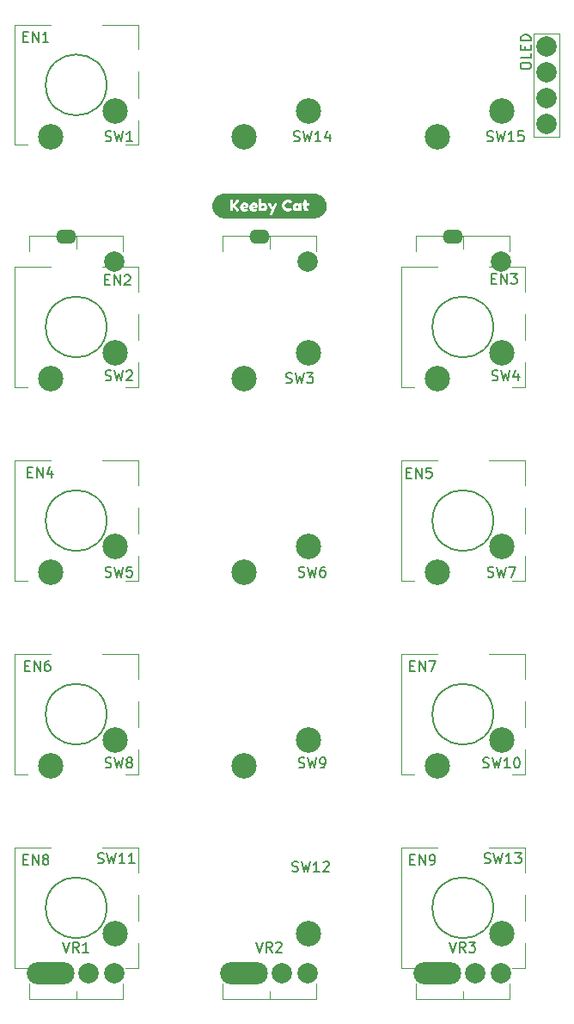
<source format=gbr>
%TF.GenerationSoftware,KiCad,Pcbnew,(6.0.3-11-gdd55ffb75c)*%
%TF.CreationDate,2022-03-17T00:34:44-07:00*%
%TF.ProjectId,keeby cat,6b656562-7920-4636-9174-2e6b69636164,rev?*%
%TF.SameCoordinates,Original*%
%TF.FileFunction,Legend,Top*%
%TF.FilePolarity,Positive*%
%FSLAX46Y46*%
G04 Gerber Fmt 4.6, Leading zero omitted, Abs format (unit mm)*
G04 Created by KiCad (PCBNEW (6.0.3-11-gdd55ffb75c)) date 2022-03-17 00:34:44*
%MOMM*%
%LPD*%
G01*
G04 APERTURE LIST*
%ADD10C,0.150000*%
%ADD11C,0.120000*%
%ADD12C,0.200000*%
%ADD13C,2.500000*%
%ADD14O,4.700000X2.200000*%
%ADD15C,2.000000*%
%ADD16O,2.000000X1.400000*%
%ADD17C,1.800000*%
%ADD18C,4.000000*%
%ADD19C,2.200000*%
%ADD20R,1.700000X1.700000*%
%ADD21C,1.700000*%
G04 APERTURE END LIST*
D10*
%TO.C,EN4*%
X68339714Y-104678571D02*
X68673047Y-104678571D01*
X68815904Y-105202380D02*
X68339714Y-105202380D01*
X68339714Y-104202380D01*
X68815904Y-104202380D01*
X69244476Y-105202380D02*
X69244476Y-104202380D01*
X69815904Y-105202380D01*
X69815904Y-104202380D01*
X70720666Y-104535714D02*
X70720666Y-105202380D01*
X70482571Y-104154761D02*
X70244476Y-104869047D01*
X70863523Y-104869047D01*
%TO.C,EN3*%
X114059714Y-85628571D02*
X114393047Y-85628571D01*
X114535904Y-86152380D02*
X114059714Y-86152380D01*
X114059714Y-85152380D01*
X114535904Y-85152380D01*
X114964476Y-86152380D02*
X114964476Y-85152380D01*
X115535904Y-86152380D01*
X115535904Y-85152380D01*
X115916857Y-85152380D02*
X116535904Y-85152380D01*
X116202571Y-85533333D01*
X116345428Y-85533333D01*
X116440666Y-85580952D01*
X116488285Y-85628571D01*
X116535904Y-85723809D01*
X116535904Y-85961904D01*
X116488285Y-86057142D01*
X116440666Y-86104761D01*
X116345428Y-86152380D01*
X116059714Y-86152380D01*
X115964476Y-86104761D01*
X115916857Y-86057142D01*
%TO.C,SW4*%
X114076666Y-95630761D02*
X114219523Y-95678380D01*
X114457619Y-95678380D01*
X114552857Y-95630761D01*
X114600476Y-95583142D01*
X114648095Y-95487904D01*
X114648095Y-95392666D01*
X114600476Y-95297428D01*
X114552857Y-95249809D01*
X114457619Y-95202190D01*
X114267142Y-95154571D01*
X114171904Y-95106952D01*
X114124285Y-95059333D01*
X114076666Y-94964095D01*
X114076666Y-94868857D01*
X114124285Y-94773619D01*
X114171904Y-94726000D01*
X114267142Y-94678380D01*
X114505238Y-94678380D01*
X114648095Y-94726000D01*
X114981428Y-94678380D02*
X115219523Y-95678380D01*
X115410000Y-94964095D01*
X115600476Y-95678380D01*
X115838571Y-94678380D01*
X116648095Y-95011714D02*
X116648095Y-95678380D01*
X116410000Y-94630761D02*
X116171904Y-95345047D01*
X116790952Y-95345047D01*
%TO.C,SW13*%
X113337476Y-143128761D02*
X113480333Y-143176380D01*
X113718428Y-143176380D01*
X113813666Y-143128761D01*
X113861285Y-143081142D01*
X113908904Y-142985904D01*
X113908904Y-142890666D01*
X113861285Y-142795428D01*
X113813666Y-142747809D01*
X113718428Y-142700190D01*
X113527952Y-142652571D01*
X113432714Y-142604952D01*
X113385095Y-142557333D01*
X113337476Y-142462095D01*
X113337476Y-142366857D01*
X113385095Y-142271619D01*
X113432714Y-142224000D01*
X113527952Y-142176380D01*
X113766047Y-142176380D01*
X113908904Y-142224000D01*
X114242238Y-142176380D02*
X114480333Y-143176380D01*
X114670809Y-142462095D01*
X114861285Y-143176380D01*
X115099380Y-142176380D01*
X116004142Y-143176380D02*
X115432714Y-143176380D01*
X115718428Y-143176380D02*
X115718428Y-142176380D01*
X115623190Y-142319238D01*
X115527952Y-142414476D01*
X115432714Y-142462095D01*
X116337476Y-142176380D02*
X116956523Y-142176380D01*
X116623190Y-142557333D01*
X116766047Y-142557333D01*
X116861285Y-142604952D01*
X116908904Y-142652571D01*
X116956523Y-142747809D01*
X116956523Y-142985904D01*
X116908904Y-143081142D01*
X116861285Y-143128761D01*
X116766047Y-143176380D01*
X116480333Y-143176380D01*
X116385095Y-143128761D01*
X116337476Y-143081142D01*
%TO.C,EN7*%
X105995714Y-123728571D02*
X106329047Y-123728571D01*
X106471904Y-124252380D02*
X105995714Y-124252380D01*
X105995714Y-123252380D01*
X106471904Y-123252380D01*
X106900476Y-124252380D02*
X106900476Y-123252380D01*
X107471904Y-124252380D01*
X107471904Y-123252380D01*
X107852857Y-123252380D02*
X108519523Y-123252380D01*
X108090952Y-124252380D01*
%TO.C,EN6*%
X68085714Y-123728571D02*
X68419047Y-123728571D01*
X68561904Y-124252380D02*
X68085714Y-124252380D01*
X68085714Y-123252380D01*
X68561904Y-123252380D01*
X68990476Y-124252380D02*
X68990476Y-123252380D01*
X69561904Y-124252380D01*
X69561904Y-123252380D01*
X70466666Y-123252380D02*
X70276190Y-123252380D01*
X70180952Y-123300000D01*
X70133333Y-123347619D01*
X70038095Y-123490476D01*
X69990476Y-123680952D01*
X69990476Y-124061904D01*
X70038095Y-124157142D01*
X70085714Y-124204761D01*
X70180952Y-124252380D01*
X70371428Y-124252380D01*
X70466666Y-124204761D01*
X70514285Y-124157142D01*
X70561904Y-124061904D01*
X70561904Y-123823809D01*
X70514285Y-123728571D01*
X70466666Y-123680952D01*
X70371428Y-123633333D01*
X70180952Y-123633333D01*
X70085714Y-123680952D01*
X70038095Y-123728571D01*
X69990476Y-123823809D01*
%TO.C,EN8*%
X67895714Y-142778571D02*
X68229047Y-142778571D01*
X68371904Y-143302380D02*
X67895714Y-143302380D01*
X67895714Y-142302380D01*
X68371904Y-142302380D01*
X68800476Y-143302380D02*
X68800476Y-142302380D01*
X69371904Y-143302380D01*
X69371904Y-142302380D01*
X69990952Y-142730952D02*
X69895714Y-142683333D01*
X69848095Y-142635714D01*
X69800476Y-142540476D01*
X69800476Y-142492857D01*
X69848095Y-142397619D01*
X69895714Y-142350000D01*
X69990952Y-142302380D01*
X70181428Y-142302380D01*
X70276666Y-142350000D01*
X70324285Y-142397619D01*
X70371904Y-142492857D01*
X70371904Y-142540476D01*
X70324285Y-142635714D01*
X70276666Y-142683333D01*
X70181428Y-142730952D01*
X69990952Y-142730952D01*
X69895714Y-142778571D01*
X69848095Y-142826190D01*
X69800476Y-142921428D01*
X69800476Y-143111904D01*
X69848095Y-143207142D01*
X69895714Y-143254761D01*
X69990952Y-143302380D01*
X70181428Y-143302380D01*
X70276666Y-143254761D01*
X70324285Y-143207142D01*
X70371904Y-143111904D01*
X70371904Y-142921428D01*
X70324285Y-142826190D01*
X70276666Y-142778571D01*
X70181428Y-142730952D01*
%TO.C,SW3*%
X93783466Y-95878311D02*
X93926323Y-95925930D01*
X94164419Y-95925930D01*
X94259657Y-95878311D01*
X94307276Y-95830692D01*
X94354895Y-95735454D01*
X94354895Y-95640216D01*
X94307276Y-95544978D01*
X94259657Y-95497359D01*
X94164419Y-95449740D01*
X93973942Y-95402121D01*
X93878704Y-95354502D01*
X93831085Y-95306883D01*
X93783466Y-95211645D01*
X93783466Y-95116407D01*
X93831085Y-95021169D01*
X93878704Y-94973550D01*
X93973942Y-94925930D01*
X94212038Y-94925930D01*
X94354895Y-94973550D01*
X94688228Y-94925930D02*
X94926323Y-95925930D01*
X95116800Y-95211645D01*
X95307276Y-95925930D01*
X95545371Y-94925930D01*
X95831085Y-94925930D02*
X96450133Y-94925930D01*
X96116800Y-95306883D01*
X96259657Y-95306883D01*
X96354895Y-95354502D01*
X96402514Y-95402121D01*
X96450133Y-95497359D01*
X96450133Y-95735454D01*
X96402514Y-95830692D01*
X96354895Y-95878311D01*
X96259657Y-95925930D01*
X95973942Y-95925930D01*
X95878704Y-95878311D01*
X95831085Y-95830692D01*
%TO.C,EN9*%
X105995714Y-142778571D02*
X106329047Y-142778571D01*
X106471904Y-143302380D02*
X105995714Y-143302380D01*
X105995714Y-142302380D01*
X106471904Y-142302380D01*
X106900476Y-143302380D02*
X106900476Y-142302380D01*
X107471904Y-143302380D01*
X107471904Y-142302380D01*
X107995714Y-143302380D02*
X108186190Y-143302380D01*
X108281428Y-143254761D01*
X108329047Y-143207142D01*
X108424285Y-143064285D01*
X108471904Y-142873809D01*
X108471904Y-142492857D01*
X108424285Y-142397619D01*
X108376666Y-142350000D01*
X108281428Y-142302380D01*
X108090952Y-142302380D01*
X107995714Y-142350000D01*
X107948095Y-142397619D01*
X107900476Y-142492857D01*
X107900476Y-142730952D01*
X107948095Y-142826190D01*
X107995714Y-142873809D01*
X108090952Y-142921428D01*
X108281428Y-142921428D01*
X108376666Y-142873809D01*
X108424285Y-142826190D01*
X108471904Y-142730952D01*
%TO.C,SW14*%
X94550476Y-72092261D02*
X94693333Y-72139880D01*
X94931428Y-72139880D01*
X95026666Y-72092261D01*
X95074285Y-72044642D01*
X95121904Y-71949404D01*
X95121904Y-71854166D01*
X95074285Y-71758928D01*
X95026666Y-71711309D01*
X94931428Y-71663690D01*
X94740952Y-71616071D01*
X94645714Y-71568452D01*
X94598095Y-71520833D01*
X94550476Y-71425595D01*
X94550476Y-71330357D01*
X94598095Y-71235119D01*
X94645714Y-71187500D01*
X94740952Y-71139880D01*
X94979047Y-71139880D01*
X95121904Y-71187500D01*
X95455238Y-71139880D02*
X95693333Y-72139880D01*
X95883809Y-71425595D01*
X96074285Y-72139880D01*
X96312380Y-71139880D01*
X97217142Y-72139880D02*
X96645714Y-72139880D01*
X96931428Y-72139880D02*
X96931428Y-71139880D01*
X96836190Y-71282738D01*
X96740952Y-71377976D01*
X96645714Y-71425595D01*
X98074285Y-71473214D02*
X98074285Y-72139880D01*
X97836190Y-71092261D02*
X97598095Y-71806547D01*
X98217142Y-71806547D01*
%TO.C,OL1*%
X116885380Y-64801380D02*
X116885380Y-64610904D01*
X116933000Y-64515666D01*
X117028238Y-64420428D01*
X117218714Y-64372809D01*
X117552047Y-64372809D01*
X117742523Y-64420428D01*
X117837761Y-64515666D01*
X117885380Y-64610904D01*
X117885380Y-64801380D01*
X117837761Y-64896619D01*
X117742523Y-64991857D01*
X117552047Y-65039476D01*
X117218714Y-65039476D01*
X117028238Y-64991857D01*
X116933000Y-64896619D01*
X116885380Y-64801380D01*
X117885380Y-63468047D02*
X117885380Y-63944238D01*
X116885380Y-63944238D01*
X117361571Y-63134714D02*
X117361571Y-62801380D01*
X117885380Y-62658523D02*
X117885380Y-63134714D01*
X116885380Y-63134714D01*
X116885380Y-62658523D01*
X117885380Y-62229952D02*
X116885380Y-62229952D01*
X116885380Y-61991857D01*
X116933000Y-61849000D01*
X117028238Y-61753761D01*
X117123476Y-61706142D01*
X117313952Y-61658523D01*
X117456809Y-61658523D01*
X117647285Y-61706142D01*
X117742523Y-61753761D01*
X117837761Y-61849000D01*
X117885380Y-61991857D01*
X117885380Y-62229952D01*
%TO.C,SW9*%
X95026666Y-133730761D02*
X95169523Y-133778380D01*
X95407619Y-133778380D01*
X95502857Y-133730761D01*
X95550476Y-133683142D01*
X95598095Y-133587904D01*
X95598095Y-133492666D01*
X95550476Y-133397428D01*
X95502857Y-133349809D01*
X95407619Y-133302190D01*
X95217142Y-133254571D01*
X95121904Y-133206952D01*
X95074285Y-133159333D01*
X95026666Y-133064095D01*
X95026666Y-132968857D01*
X95074285Y-132873619D01*
X95121904Y-132826000D01*
X95217142Y-132778380D01*
X95455238Y-132778380D01*
X95598095Y-132826000D01*
X95931428Y-132778380D02*
X96169523Y-133778380D01*
X96360000Y-133064095D01*
X96550476Y-133778380D01*
X96788571Y-132778380D01*
X97217142Y-133778380D02*
X97407619Y-133778380D01*
X97502857Y-133730761D01*
X97550476Y-133683142D01*
X97645714Y-133540285D01*
X97693333Y-133349809D01*
X97693333Y-132968857D01*
X97645714Y-132873619D01*
X97598095Y-132826000D01*
X97502857Y-132778380D01*
X97312380Y-132778380D01*
X97217142Y-132826000D01*
X97169523Y-132873619D01*
X97121904Y-132968857D01*
X97121904Y-133206952D01*
X97169523Y-133302190D01*
X97217142Y-133349809D01*
X97312380Y-133397428D01*
X97502857Y-133397428D01*
X97598095Y-133349809D01*
X97645714Y-133302190D01*
X97693333Y-133206952D01*
%TO.C,EN1*%
X67895714Y-61816071D02*
X68229047Y-61816071D01*
X68371904Y-62339880D02*
X67895714Y-62339880D01*
X67895714Y-61339880D01*
X68371904Y-61339880D01*
X68800476Y-62339880D02*
X68800476Y-61339880D01*
X69371904Y-62339880D01*
X69371904Y-61339880D01*
X70371904Y-62339880D02*
X69800476Y-62339880D01*
X70086190Y-62339880D02*
X70086190Y-61339880D01*
X69990952Y-61482738D01*
X69895714Y-61577976D01*
X69800476Y-61625595D01*
%TO.C,SW11*%
X75237476Y-143128761D02*
X75380333Y-143176380D01*
X75618428Y-143176380D01*
X75713666Y-143128761D01*
X75761285Y-143081142D01*
X75808904Y-142985904D01*
X75808904Y-142890666D01*
X75761285Y-142795428D01*
X75713666Y-142747809D01*
X75618428Y-142700190D01*
X75427952Y-142652571D01*
X75332714Y-142604952D01*
X75285095Y-142557333D01*
X75237476Y-142462095D01*
X75237476Y-142366857D01*
X75285095Y-142271619D01*
X75332714Y-142224000D01*
X75427952Y-142176380D01*
X75666047Y-142176380D01*
X75808904Y-142224000D01*
X76142238Y-142176380D02*
X76380333Y-143176380D01*
X76570809Y-142462095D01*
X76761285Y-143176380D01*
X76999380Y-142176380D01*
X77904142Y-143176380D02*
X77332714Y-143176380D01*
X77618428Y-143176380D02*
X77618428Y-142176380D01*
X77523190Y-142319238D01*
X77427952Y-142414476D01*
X77332714Y-142462095D01*
X78856523Y-143176380D02*
X78285095Y-143176380D01*
X78570809Y-143176380D02*
X78570809Y-142176380D01*
X78475571Y-142319238D01*
X78380333Y-142414476D01*
X78285095Y-142462095D01*
%TO.C,SW15*%
X113600476Y-72092261D02*
X113743333Y-72139880D01*
X113981428Y-72139880D01*
X114076666Y-72092261D01*
X114124285Y-72044642D01*
X114171904Y-71949404D01*
X114171904Y-71854166D01*
X114124285Y-71758928D01*
X114076666Y-71711309D01*
X113981428Y-71663690D01*
X113790952Y-71616071D01*
X113695714Y-71568452D01*
X113648095Y-71520833D01*
X113600476Y-71425595D01*
X113600476Y-71330357D01*
X113648095Y-71235119D01*
X113695714Y-71187500D01*
X113790952Y-71139880D01*
X114029047Y-71139880D01*
X114171904Y-71187500D01*
X114505238Y-71139880D02*
X114743333Y-72139880D01*
X114933809Y-71425595D01*
X115124285Y-72139880D01*
X115362380Y-71139880D01*
X116267142Y-72139880D02*
X115695714Y-72139880D01*
X115981428Y-72139880D02*
X115981428Y-71139880D01*
X115886190Y-71282738D01*
X115790952Y-71377976D01*
X115695714Y-71425595D01*
X117171904Y-71139880D02*
X116695714Y-71139880D01*
X116648095Y-71616071D01*
X116695714Y-71568452D01*
X116790952Y-71520833D01*
X117029047Y-71520833D01*
X117124285Y-71568452D01*
X117171904Y-71616071D01*
X117219523Y-71711309D01*
X117219523Y-71949404D01*
X117171904Y-72044642D01*
X117124285Y-72092261D01*
X117029047Y-72139880D01*
X116790952Y-72139880D01*
X116695714Y-72092261D01*
X116648095Y-72044642D01*
%TO.C,VR3*%
X109900476Y-150927380D02*
X110233809Y-151927380D01*
X110567142Y-150927380D01*
X111471904Y-151927380D02*
X111138571Y-151451190D01*
X110900476Y-151927380D02*
X110900476Y-150927380D01*
X111281428Y-150927380D01*
X111376666Y-150975000D01*
X111424285Y-151022619D01*
X111471904Y-151117857D01*
X111471904Y-151260714D01*
X111424285Y-151355952D01*
X111376666Y-151403571D01*
X111281428Y-151451190D01*
X110900476Y-151451190D01*
X111805238Y-150927380D02*
X112424285Y-150927380D01*
X112090952Y-151308333D01*
X112233809Y-151308333D01*
X112329047Y-151355952D01*
X112376666Y-151403571D01*
X112424285Y-151498809D01*
X112424285Y-151736904D01*
X112376666Y-151832142D01*
X112329047Y-151879761D01*
X112233809Y-151927380D01*
X111948095Y-151927380D01*
X111852857Y-151879761D01*
X111805238Y-151832142D01*
%TO.C,SW8*%
X75976666Y-133730761D02*
X76119523Y-133778380D01*
X76357619Y-133778380D01*
X76452857Y-133730761D01*
X76500476Y-133683142D01*
X76548095Y-133587904D01*
X76548095Y-133492666D01*
X76500476Y-133397428D01*
X76452857Y-133349809D01*
X76357619Y-133302190D01*
X76167142Y-133254571D01*
X76071904Y-133206952D01*
X76024285Y-133159333D01*
X75976666Y-133064095D01*
X75976666Y-132968857D01*
X76024285Y-132873619D01*
X76071904Y-132826000D01*
X76167142Y-132778380D01*
X76405238Y-132778380D01*
X76548095Y-132826000D01*
X76881428Y-132778380D02*
X77119523Y-133778380D01*
X77310000Y-133064095D01*
X77500476Y-133778380D01*
X77738571Y-132778380D01*
X78262380Y-133206952D02*
X78167142Y-133159333D01*
X78119523Y-133111714D01*
X78071904Y-133016476D01*
X78071904Y-132968857D01*
X78119523Y-132873619D01*
X78167142Y-132826000D01*
X78262380Y-132778380D01*
X78452857Y-132778380D01*
X78548095Y-132826000D01*
X78595714Y-132873619D01*
X78643333Y-132968857D01*
X78643333Y-133016476D01*
X78595714Y-133111714D01*
X78548095Y-133159333D01*
X78452857Y-133206952D01*
X78262380Y-133206952D01*
X78167142Y-133254571D01*
X78119523Y-133302190D01*
X78071904Y-133397428D01*
X78071904Y-133587904D01*
X78119523Y-133683142D01*
X78167142Y-133730761D01*
X78262380Y-133778380D01*
X78452857Y-133778380D01*
X78548095Y-133730761D01*
X78595714Y-133683142D01*
X78643333Y-133587904D01*
X78643333Y-133397428D01*
X78595714Y-133302190D01*
X78548095Y-133254571D01*
X78452857Y-133206952D01*
%TO.C,EN5*%
X105677714Y-104743071D02*
X106011047Y-104743071D01*
X106153904Y-105266880D02*
X105677714Y-105266880D01*
X105677714Y-104266880D01*
X106153904Y-104266880D01*
X106582476Y-105266880D02*
X106582476Y-104266880D01*
X107153904Y-105266880D01*
X107153904Y-104266880D01*
X108106285Y-104266880D02*
X107630095Y-104266880D01*
X107582476Y-104743071D01*
X107630095Y-104695452D01*
X107725333Y-104647833D01*
X107963428Y-104647833D01*
X108058666Y-104695452D01*
X108106285Y-104743071D01*
X108153904Y-104838309D01*
X108153904Y-105076404D01*
X108106285Y-105171642D01*
X108058666Y-105219261D01*
X107963428Y-105266880D01*
X107725333Y-105266880D01*
X107630095Y-105219261D01*
X107582476Y-105171642D01*
%TO.C,SW12*%
X94414476Y-143954261D02*
X94557333Y-144001880D01*
X94795428Y-144001880D01*
X94890666Y-143954261D01*
X94938285Y-143906642D01*
X94985904Y-143811404D01*
X94985904Y-143716166D01*
X94938285Y-143620928D01*
X94890666Y-143573309D01*
X94795428Y-143525690D01*
X94604952Y-143478071D01*
X94509714Y-143430452D01*
X94462095Y-143382833D01*
X94414476Y-143287595D01*
X94414476Y-143192357D01*
X94462095Y-143097119D01*
X94509714Y-143049500D01*
X94604952Y-143001880D01*
X94843047Y-143001880D01*
X94985904Y-143049500D01*
X95319238Y-143001880D02*
X95557333Y-144001880D01*
X95747809Y-143287595D01*
X95938285Y-144001880D01*
X96176380Y-143001880D01*
X97081142Y-144001880D02*
X96509714Y-144001880D01*
X96795428Y-144001880D02*
X96795428Y-143001880D01*
X96700190Y-143144738D01*
X96604952Y-143239976D01*
X96509714Y-143287595D01*
X97462095Y-143097119D02*
X97509714Y-143049500D01*
X97604952Y-143001880D01*
X97843047Y-143001880D01*
X97938285Y-143049500D01*
X97985904Y-143097119D01*
X98033523Y-143192357D01*
X98033523Y-143287595D01*
X97985904Y-143430452D01*
X97414476Y-144001880D01*
X98033523Y-144001880D01*
%TO.C,VR1*%
X71800476Y-150927380D02*
X72133809Y-151927380D01*
X72467142Y-150927380D01*
X73371904Y-151927380D02*
X73038571Y-151451190D01*
X72800476Y-151927380D02*
X72800476Y-150927380D01*
X73181428Y-150927380D01*
X73276666Y-150975000D01*
X73324285Y-151022619D01*
X73371904Y-151117857D01*
X73371904Y-151260714D01*
X73324285Y-151355952D01*
X73276666Y-151403571D01*
X73181428Y-151451190D01*
X72800476Y-151451190D01*
X74324285Y-151927380D02*
X73752857Y-151927380D01*
X74038571Y-151927380D02*
X74038571Y-150927380D01*
X73943333Y-151070238D01*
X73848095Y-151165476D01*
X73752857Y-151213095D01*
%TO.C,SW7*%
X113671666Y-114954761D02*
X113814523Y-115002380D01*
X114052619Y-115002380D01*
X114147857Y-114954761D01*
X114195476Y-114907142D01*
X114243095Y-114811904D01*
X114243095Y-114716666D01*
X114195476Y-114621428D01*
X114147857Y-114573809D01*
X114052619Y-114526190D01*
X113862142Y-114478571D01*
X113766904Y-114430952D01*
X113719285Y-114383333D01*
X113671666Y-114288095D01*
X113671666Y-114192857D01*
X113719285Y-114097619D01*
X113766904Y-114050000D01*
X113862142Y-114002380D01*
X114100238Y-114002380D01*
X114243095Y-114050000D01*
X114576428Y-114002380D02*
X114814523Y-115002380D01*
X115005000Y-114288095D01*
X115195476Y-115002380D01*
X115433571Y-114002380D01*
X115719285Y-114002380D02*
X116385952Y-114002380D01*
X115957380Y-115002380D01*
%TO.C,SW6*%
X95026666Y-114954761D02*
X95169523Y-115002380D01*
X95407619Y-115002380D01*
X95502857Y-114954761D01*
X95550476Y-114907142D01*
X95598095Y-114811904D01*
X95598095Y-114716666D01*
X95550476Y-114621428D01*
X95502857Y-114573809D01*
X95407619Y-114526190D01*
X95217142Y-114478571D01*
X95121904Y-114430952D01*
X95074285Y-114383333D01*
X95026666Y-114288095D01*
X95026666Y-114192857D01*
X95074285Y-114097619D01*
X95121904Y-114050000D01*
X95217142Y-114002380D01*
X95455238Y-114002380D01*
X95598095Y-114050000D01*
X95931428Y-114002380D02*
X96169523Y-115002380D01*
X96360000Y-114288095D01*
X96550476Y-115002380D01*
X96788571Y-114002380D01*
X97598095Y-114002380D02*
X97407619Y-114002380D01*
X97312380Y-114050000D01*
X97264761Y-114097619D01*
X97169523Y-114240476D01*
X97121904Y-114430952D01*
X97121904Y-114811904D01*
X97169523Y-114907142D01*
X97217142Y-114954761D01*
X97312380Y-115002380D01*
X97502857Y-115002380D01*
X97598095Y-114954761D01*
X97645714Y-114907142D01*
X97693333Y-114811904D01*
X97693333Y-114573809D01*
X97645714Y-114478571D01*
X97598095Y-114430952D01*
X97502857Y-114383333D01*
X97312380Y-114383333D01*
X97217142Y-114430952D01*
X97169523Y-114478571D01*
X97121904Y-114573809D01*
%TO.C,SW10*%
X113210476Y-133730761D02*
X113353333Y-133778380D01*
X113591428Y-133778380D01*
X113686666Y-133730761D01*
X113734285Y-133683142D01*
X113781904Y-133587904D01*
X113781904Y-133492666D01*
X113734285Y-133397428D01*
X113686666Y-133349809D01*
X113591428Y-133302190D01*
X113400952Y-133254571D01*
X113305714Y-133206952D01*
X113258095Y-133159333D01*
X113210476Y-133064095D01*
X113210476Y-132968857D01*
X113258095Y-132873619D01*
X113305714Y-132826000D01*
X113400952Y-132778380D01*
X113639047Y-132778380D01*
X113781904Y-132826000D01*
X114115238Y-132778380D02*
X114353333Y-133778380D01*
X114543809Y-133064095D01*
X114734285Y-133778380D01*
X114972380Y-132778380D01*
X115877142Y-133778380D02*
X115305714Y-133778380D01*
X115591428Y-133778380D02*
X115591428Y-132778380D01*
X115496190Y-132921238D01*
X115400952Y-133016476D01*
X115305714Y-133064095D01*
X116496190Y-132778380D02*
X116591428Y-132778380D01*
X116686666Y-132826000D01*
X116734285Y-132873619D01*
X116781904Y-132968857D01*
X116829523Y-133159333D01*
X116829523Y-133397428D01*
X116781904Y-133587904D01*
X116734285Y-133683142D01*
X116686666Y-133730761D01*
X116591428Y-133778380D01*
X116496190Y-133778380D01*
X116400952Y-133730761D01*
X116353333Y-133683142D01*
X116305714Y-133587904D01*
X116258095Y-133397428D01*
X116258095Y-133159333D01*
X116305714Y-132968857D01*
X116353333Y-132873619D01*
X116400952Y-132826000D01*
X116496190Y-132778380D01*
%TO.C,EN2*%
X75959714Y-85756571D02*
X76293047Y-85756571D01*
X76435904Y-86280380D02*
X75959714Y-86280380D01*
X75959714Y-85280380D01*
X76435904Y-85280380D01*
X76864476Y-86280380D02*
X76864476Y-85280380D01*
X77435904Y-86280380D01*
X77435904Y-85280380D01*
X77864476Y-85375619D02*
X77912095Y-85328000D01*
X78007333Y-85280380D01*
X78245428Y-85280380D01*
X78340666Y-85328000D01*
X78388285Y-85375619D01*
X78435904Y-85470857D01*
X78435904Y-85566095D01*
X78388285Y-85708952D01*
X77816857Y-86280380D01*
X78435904Y-86280380D01*
%TO.C,VR2*%
X90850476Y-150927380D02*
X91183809Y-151927380D01*
X91517142Y-150927380D01*
X92421904Y-151927380D02*
X92088571Y-151451190D01*
X91850476Y-151927380D02*
X91850476Y-150927380D01*
X92231428Y-150927380D01*
X92326666Y-150975000D01*
X92374285Y-151022619D01*
X92421904Y-151117857D01*
X92421904Y-151260714D01*
X92374285Y-151355952D01*
X92326666Y-151403571D01*
X92231428Y-151451190D01*
X91850476Y-151451190D01*
X92802857Y-151022619D02*
X92850476Y-150975000D01*
X92945714Y-150927380D01*
X93183809Y-150927380D01*
X93279047Y-150975000D01*
X93326666Y-151022619D01*
X93374285Y-151117857D01*
X93374285Y-151213095D01*
X93326666Y-151355952D01*
X92755238Y-151927380D01*
X93374285Y-151927380D01*
%TO.C,SW5*%
X75976666Y-114954761D02*
X76119523Y-115002380D01*
X76357619Y-115002380D01*
X76452857Y-114954761D01*
X76500476Y-114907142D01*
X76548095Y-114811904D01*
X76548095Y-114716666D01*
X76500476Y-114621428D01*
X76452857Y-114573809D01*
X76357619Y-114526190D01*
X76167142Y-114478571D01*
X76071904Y-114430952D01*
X76024285Y-114383333D01*
X75976666Y-114288095D01*
X75976666Y-114192857D01*
X76024285Y-114097619D01*
X76071904Y-114050000D01*
X76167142Y-114002380D01*
X76405238Y-114002380D01*
X76548095Y-114050000D01*
X76881428Y-114002380D02*
X77119523Y-115002380D01*
X77310000Y-114288095D01*
X77500476Y-115002380D01*
X77738571Y-114002380D01*
X78595714Y-114002380D02*
X78119523Y-114002380D01*
X78071904Y-114478571D01*
X78119523Y-114430952D01*
X78214761Y-114383333D01*
X78452857Y-114383333D01*
X78548095Y-114430952D01*
X78595714Y-114478571D01*
X78643333Y-114573809D01*
X78643333Y-114811904D01*
X78595714Y-114907142D01*
X78548095Y-114954761D01*
X78452857Y-115002380D01*
X78214761Y-115002380D01*
X78119523Y-114954761D01*
X78071904Y-114907142D01*
%TO.C,SW2*%
X75976666Y-95630761D02*
X76119523Y-95678380D01*
X76357619Y-95678380D01*
X76452857Y-95630761D01*
X76500476Y-95583142D01*
X76548095Y-95487904D01*
X76548095Y-95392666D01*
X76500476Y-95297428D01*
X76452857Y-95249809D01*
X76357619Y-95202190D01*
X76167142Y-95154571D01*
X76071904Y-95106952D01*
X76024285Y-95059333D01*
X75976666Y-94964095D01*
X75976666Y-94868857D01*
X76024285Y-94773619D01*
X76071904Y-94726000D01*
X76167142Y-94678380D01*
X76405238Y-94678380D01*
X76548095Y-94726000D01*
X76881428Y-94678380D02*
X77119523Y-95678380D01*
X77310000Y-94964095D01*
X77500476Y-95678380D01*
X77738571Y-94678380D01*
X78071904Y-94773619D02*
X78119523Y-94726000D01*
X78214761Y-94678380D01*
X78452857Y-94678380D01*
X78548095Y-94726000D01*
X78595714Y-94773619D01*
X78643333Y-94868857D01*
X78643333Y-94964095D01*
X78595714Y-95106952D01*
X78024285Y-95678380D01*
X78643333Y-95678380D01*
%TO.C,SW1*%
X75976666Y-72092261D02*
X76119523Y-72139880D01*
X76357619Y-72139880D01*
X76452857Y-72092261D01*
X76500476Y-72044642D01*
X76548095Y-71949404D01*
X76548095Y-71854166D01*
X76500476Y-71758928D01*
X76452857Y-71711309D01*
X76357619Y-71663690D01*
X76167142Y-71616071D01*
X76071904Y-71568452D01*
X76024285Y-71520833D01*
X75976666Y-71425595D01*
X75976666Y-71330357D01*
X76024285Y-71235119D01*
X76071904Y-71187500D01*
X76167142Y-71139880D01*
X76405238Y-71139880D01*
X76548095Y-71187500D01*
X76881428Y-71139880D02*
X77119523Y-72139880D01*
X77310000Y-71425595D01*
X77500476Y-72139880D01*
X77738571Y-71139880D01*
X78643333Y-72139880D02*
X78071904Y-72139880D01*
X78357619Y-72139880D02*
X78357619Y-71139880D01*
X78262380Y-71282738D01*
X78167142Y-71377976D01*
X78071904Y-71425595D01*
D11*
%TO.C,EN4*%
X79210000Y-112950000D02*
X79210000Y-115350000D01*
X68284000Y-115350000D02*
X67010000Y-115350000D01*
X79210000Y-108150000D02*
X79210000Y-110750000D01*
X75650000Y-103550000D02*
X79210000Y-103550000D01*
X70570000Y-103550000D02*
X67010000Y-103550000D01*
X79210000Y-103550000D02*
X79210000Y-105950000D01*
X79210000Y-115350000D02*
X77936000Y-115350000D01*
X67010000Y-103550000D02*
X67010000Y-115350000D01*
D12*
X76110000Y-109450000D02*
G75*
G03*
X76110000Y-109450000I-3000000J0D01*
G01*
D11*
%TO.C,EN3*%
X105110000Y-84500000D02*
X105110000Y-96300000D01*
X117310000Y-93900000D02*
X117310000Y-96300000D01*
X108670000Y-84500000D02*
X105110000Y-84500000D01*
X117310000Y-96300000D02*
X116036000Y-96300000D01*
X117310000Y-84500000D02*
X117310000Y-86900000D01*
X106384000Y-96300000D02*
X105110000Y-96300000D01*
X117310000Y-89100000D02*
X117310000Y-91700000D01*
X113750000Y-84500000D02*
X117310000Y-84500000D01*
D12*
X114210000Y-90400000D02*
G75*
G03*
X114210000Y-90400000I-3000000J0D01*
G01*
%TO.C,kibuzzard-6226FF10*%
G36*
X91622631Y-78497388D02*
G01*
X91660731Y-78593432D01*
X91619456Y-78688682D01*
X91519444Y-78731544D01*
X91421812Y-78688682D01*
X91382919Y-78594226D01*
X91420225Y-78498182D01*
X91521031Y-78453732D01*
X91622631Y-78497388D01*
G37*
G36*
X90696325Y-78429919D02*
G01*
X90724106Y-78488657D01*
X90663781Y-78539457D01*
X90463756Y-78539457D01*
X90514556Y-78449763D01*
X90616950Y-78407694D01*
X90696325Y-78429919D01*
G37*
G36*
X87635780Y-79710436D02*
G01*
X87517101Y-79692832D01*
X87400719Y-79663680D01*
X87287755Y-79623261D01*
X87179296Y-79571964D01*
X87076388Y-79510283D01*
X86980021Y-79438812D01*
X86891124Y-79358240D01*
X86810551Y-79269342D01*
X86739081Y-79172975D01*
X86677400Y-79070067D01*
X86626103Y-78961609D01*
X86593202Y-78869657D01*
X88268244Y-78869657D01*
X88277769Y-78950619D01*
X88319837Y-78995863D01*
X88407944Y-79010944D01*
X88489700Y-79000229D01*
X88531769Y-78968082D01*
X88546850Y-78926807D01*
X88549231Y-78871244D01*
X88549231Y-78561682D01*
X88898481Y-78960144D01*
X88996112Y-79026819D01*
X89100094Y-78972051D01*
X89163594Y-78876801D01*
X89111206Y-78777582D01*
X89051576Y-78711601D01*
X88974284Y-78631135D01*
X88939756Y-78596607D01*
X89258844Y-78596607D01*
X89269956Y-78699089D01*
X89303294Y-78794868D01*
X89358856Y-78883944D01*
X89419777Y-78944071D01*
X89500937Y-78991101D01*
X89598767Y-79021461D01*
X89709694Y-79031582D01*
X89857629Y-79022751D01*
X89963297Y-78996260D01*
X90026698Y-78952108D01*
X90047831Y-78890294D01*
X90027194Y-78817269D01*
X89939881Y-78745832D01*
X89876381Y-78763294D01*
X89858919Y-78769644D01*
X89796609Y-78783932D01*
X89714456Y-78788694D01*
X89609681Y-78758532D01*
X89557294Y-78683919D01*
X89933531Y-78683919D01*
X90040687Y-78637088D01*
X90065381Y-78596607D01*
X90168481Y-78596607D01*
X90179594Y-78699089D01*
X90212931Y-78794868D01*
X90268494Y-78883944D01*
X90329414Y-78944071D01*
X90410575Y-78991101D01*
X90508405Y-79021461D01*
X90619331Y-79031582D01*
X90767266Y-79022751D01*
X90872934Y-78996260D01*
X90936335Y-78952108D01*
X90957469Y-78890294D01*
X90951637Y-78869657D01*
X91101931Y-78869657D01*
X91104312Y-78924426D01*
X91117806Y-78966494D01*
X91159478Y-78998641D01*
X91240044Y-79009357D01*
X91336087Y-78989910D01*
X91376569Y-78931569D01*
X91453166Y-78988719D01*
X91568656Y-79007769D01*
X91656674Y-78993923D01*
X91740812Y-78952383D01*
X91821069Y-78883151D01*
X91886333Y-78795485D01*
X91925491Y-78698648D01*
X91938544Y-78592638D01*
X91925403Y-78486540D01*
X91885980Y-78389438D01*
X91820275Y-78301332D01*
X91807291Y-78290219D01*
X92002044Y-78290219D01*
X92033794Y-78368007D01*
X92349706Y-78899819D01*
X92283031Y-79044579D01*
X92235406Y-79153422D01*
X92206831Y-79226348D01*
X92197306Y-79263357D01*
X92220722Y-79316538D01*
X92290969Y-79361782D01*
X92375106Y-79385594D01*
X92422731Y-79371307D01*
X92450512Y-79341144D01*
X92471944Y-79295107D01*
X92861608Y-78423569D01*
X93378406Y-78423569D01*
X93388923Y-78542830D01*
X93420475Y-78652963D01*
X93468298Y-78749007D01*
X93527631Y-78826001D01*
X93596886Y-78888310D01*
X93674475Y-78940301D01*
X93755041Y-78980385D01*
X93833225Y-79006976D01*
X93909822Y-79021858D01*
X93985625Y-79026819D01*
X94062420Y-79020469D01*
X94141994Y-79001419D01*
X94249150Y-78960144D01*
X94303919Y-78926807D01*
X94353925Y-78887119D01*
X94375356Y-78831557D01*
X94340431Y-78742657D01*
X94285266Y-78675982D01*
X94234069Y-78653757D01*
X94157869Y-78685507D01*
X94129294Y-78706144D01*
X94066587Y-78731544D01*
X93973719Y-78744244D01*
X93870928Y-78726782D01*
X93772106Y-78674394D01*
X93704638Y-78591051D01*
X94456319Y-78591051D01*
X94469372Y-78697148D01*
X94508530Y-78794251D01*
X94573794Y-78882357D01*
X94654315Y-78952030D01*
X94739247Y-78993835D01*
X94828587Y-79007769D01*
X94946261Y-78986735D01*
X95024644Y-78923632D01*
X95058775Y-78986338D01*
X95174662Y-79007769D01*
X95245108Y-78997451D01*
X95283406Y-78966494D01*
X95296900Y-78924426D01*
X95299281Y-78869657D01*
X95299281Y-78334669D01*
X95386594Y-78334669D01*
X95409612Y-78426744D01*
X95467556Y-78453732D01*
X95532644Y-78448969D01*
X95532644Y-78683919D01*
X95542169Y-78790987D01*
X95570744Y-78875125D01*
X95618369Y-78936332D01*
X95684338Y-78977783D01*
X95767947Y-79002654D01*
X95869194Y-79010944D01*
X95922375Y-79008563D01*
X95964444Y-78995069D01*
X95997781Y-78953397D01*
X96008894Y-78872832D01*
X95972381Y-78766469D01*
X95930312Y-78751388D01*
X95873162Y-78749007D01*
X95822362Y-78729957D01*
X95808869Y-78668044D01*
X95808869Y-78448969D01*
X95912056Y-78455319D01*
X95966825Y-78452938D01*
X96008894Y-78439444D01*
X96041041Y-78397772D01*
X96051756Y-78317207D01*
X96041437Y-78235847D01*
X96010481Y-78194969D01*
X95968412Y-78179888D01*
X95914437Y-78177507D01*
X95808869Y-78183857D01*
X95808869Y-78028282D01*
X95800931Y-77947319D01*
X95758466Y-77903266D01*
X95672344Y-77888582D01*
X95590984Y-77898504D01*
X95550106Y-77928269D01*
X95535025Y-77966369D01*
X95532644Y-78020344D01*
X95532644Y-78183857D01*
X95480256Y-78177507D01*
X95416756Y-78198144D01*
X95394531Y-78240213D01*
X95386594Y-78334669D01*
X95299281Y-78334669D01*
X95299281Y-78314032D01*
X95296900Y-78259263D01*
X95282612Y-78217194D01*
X95240544Y-78183857D01*
X95148469Y-78174332D01*
X95059172Y-78196557D01*
X95023056Y-78263232D01*
X94994481Y-78230688D01*
X94932569Y-78194969D01*
X94834144Y-78175919D01*
X94742510Y-78189766D01*
X94655991Y-78231305D01*
X94574587Y-78300538D01*
X94508883Y-78388203D01*
X94469460Y-78485041D01*
X94456319Y-78591051D01*
X93704638Y-78591051D01*
X93691144Y-78574382D01*
X93667331Y-78506715D01*
X93659394Y-78430713D01*
X93667331Y-78354711D01*
X93691144Y-78287044D01*
X93770519Y-78188619D01*
X93871325Y-78135041D01*
X93973719Y-78117182D01*
X94073731Y-78130676D01*
X94151519Y-78171157D01*
X94232481Y-78206082D01*
X94284869Y-78184651D01*
X94343606Y-78120357D01*
X94376944Y-78032251D01*
X94335669Y-77956844D01*
X94291219Y-77928269D01*
X94253119Y-77906044D01*
X94136437Y-77859213D01*
X94060039Y-77841949D01*
X93984831Y-77836194D01*
X93880233Y-77845719D01*
X93775987Y-77874294D01*
X93672094Y-77921919D01*
X93594108Y-77971727D01*
X93525250Y-78032251D01*
X93466711Y-78106863D01*
X93419681Y-78198938D01*
X93388725Y-78305499D01*
X93378406Y-78423569D01*
X92861608Y-78423569D01*
X92887869Y-78364832D01*
X92900569Y-78337844D01*
X92913269Y-78283869D01*
X92889853Y-78229497D01*
X92819606Y-78183857D01*
X92731500Y-78161632D01*
X92673556Y-78188619D01*
X92655300Y-78215607D01*
X92631686Y-78266605D01*
X92571956Y-78397376D01*
X92511631Y-78531718D01*
X92486231Y-78593432D01*
X92437812Y-78514145D01*
X92387806Y-78430801D01*
X92336212Y-78343401D01*
X92275094Y-78239419D01*
X92248900Y-78195763D01*
X92221119Y-78169569D01*
X92171906Y-78156869D01*
X92087769Y-78188619D01*
X92023475Y-78239419D01*
X92002044Y-78290219D01*
X91807291Y-78290219D01*
X91738872Y-78231658D01*
X91652353Y-78189854D01*
X91560719Y-78175919D01*
X91456737Y-78195366D01*
X91379744Y-78253707D01*
X91379744Y-77923507D01*
X91377362Y-77868738D01*
X91362281Y-77826669D01*
X91321800Y-77794522D01*
X91241631Y-77783807D01*
X91159875Y-77794522D01*
X91117806Y-77826669D01*
X91104312Y-77867151D01*
X91101931Y-77921919D01*
X91101931Y-78869657D01*
X90951637Y-78869657D01*
X90936831Y-78817269D01*
X90849519Y-78745832D01*
X90786019Y-78763294D01*
X90768556Y-78769644D01*
X90706247Y-78783932D01*
X90624094Y-78788694D01*
X90519319Y-78758532D01*
X90466931Y-78683919D01*
X90843169Y-78683919D01*
X90950325Y-78637088D01*
X90986639Y-78577557D01*
X90998744Y-78492626D01*
X90985250Y-78398765D01*
X90944769Y-78312444D01*
X90885833Y-78244380D01*
X90812212Y-78195763D01*
X90723908Y-78166593D01*
X90620919Y-78156869D01*
X90498946Y-78170187D01*
X90391260Y-78210139D01*
X90297862Y-78276726D01*
X90225984Y-78365537D01*
X90182857Y-78472164D01*
X90168481Y-78596607D01*
X90065381Y-78596607D01*
X90077002Y-78577557D01*
X90089106Y-78492626D01*
X90075612Y-78398765D01*
X90035131Y-78312444D01*
X89976195Y-78244380D01*
X89902575Y-78195763D01*
X89814270Y-78166593D01*
X89711281Y-78156869D01*
X89589308Y-78170187D01*
X89481623Y-78210139D01*
X89388225Y-78276726D01*
X89316347Y-78365537D01*
X89273219Y-78472164D01*
X89258844Y-78596607D01*
X88939756Y-78596607D01*
X88879332Y-78536183D01*
X88766719Y-78426744D01*
X88830219Y-78366419D01*
X88920706Y-78278511D01*
X88998494Y-78200526D01*
X89063581Y-78132461D01*
X89115969Y-78074319D01*
X89163594Y-77978276D01*
X89100094Y-77883026D01*
X88995319Y-77828257D01*
X88898481Y-77893344D01*
X88841839Y-77959067D01*
X88778593Y-78031774D01*
X88708743Y-78111467D01*
X88632289Y-78198144D01*
X88549231Y-78291807D01*
X88549231Y-77988594D01*
X88541294Y-77906044D01*
X88498034Y-77861991D01*
X88409531Y-77847307D01*
X88327775Y-77858022D01*
X88285706Y-77890169D01*
X88270625Y-77932238D01*
X88268244Y-77987007D01*
X88268244Y-78869657D01*
X86593202Y-78869657D01*
X86585684Y-78848644D01*
X86556532Y-78732262D01*
X86538927Y-78613583D01*
X86533040Y-78493750D01*
X86538927Y-78373917D01*
X86556532Y-78255238D01*
X86585684Y-78138856D01*
X86626103Y-78025891D01*
X86677400Y-77917433D01*
X86739081Y-77814525D01*
X86810551Y-77718158D01*
X86891124Y-77629260D01*
X86980021Y-77548688D01*
X87076388Y-77477217D01*
X87179296Y-77415536D01*
X87287755Y-77364239D01*
X87400719Y-77323820D01*
X87517101Y-77294668D01*
X87635780Y-77277064D01*
X87755614Y-77271177D01*
X96564386Y-77271177D01*
X96684220Y-77277064D01*
X96802899Y-77294668D01*
X96919281Y-77323820D01*
X97032245Y-77364239D01*
X97140704Y-77415536D01*
X97243612Y-77477217D01*
X97339979Y-77548688D01*
X97428876Y-77629260D01*
X97509448Y-77718158D01*
X97580919Y-77814525D01*
X97642600Y-77917433D01*
X97693897Y-78025891D01*
X97734316Y-78138856D01*
X97763468Y-78255238D01*
X97781073Y-78373917D01*
X97786960Y-78493750D01*
X97781073Y-78613583D01*
X97763468Y-78732262D01*
X97734316Y-78848644D01*
X97693897Y-78961609D01*
X97642600Y-79070067D01*
X97580919Y-79172975D01*
X97509448Y-79269342D01*
X97428876Y-79358240D01*
X97339979Y-79438812D01*
X97243612Y-79510283D01*
X97140704Y-79571964D01*
X97032245Y-79623261D01*
X96919281Y-79663680D01*
X96802899Y-79692832D01*
X96684220Y-79710436D01*
X96564386Y-79716323D01*
X87755614Y-79716323D01*
X87635780Y-79710436D01*
G37*
G36*
X94974637Y-78496594D02*
G01*
X95011944Y-78592638D01*
X94973050Y-78687094D01*
X94875419Y-78729957D01*
X94775406Y-78687888D01*
X94734131Y-78593432D01*
X94773025Y-78496594D01*
X94874625Y-78452144D01*
X94974637Y-78496594D01*
G37*
G36*
X89786687Y-78429919D02*
G01*
X89814469Y-78488657D01*
X89754144Y-78539457D01*
X89554119Y-78539457D01*
X89604919Y-78449763D01*
X89707312Y-78407694D01*
X89786687Y-78429919D01*
G37*
D11*
%TO.C,EN7*%
X113750000Y-122600000D02*
X117310000Y-122600000D01*
X106384000Y-134400000D02*
X105110000Y-134400000D01*
X117310000Y-132000000D02*
X117310000Y-134400000D01*
X117310000Y-122600000D02*
X117310000Y-125000000D01*
X117310000Y-134400000D02*
X116036000Y-134400000D01*
X105110000Y-122600000D02*
X105110000Y-134400000D01*
X108670000Y-122600000D02*
X105110000Y-122600000D01*
X117310000Y-127200000D02*
X117310000Y-129800000D01*
D12*
X114210000Y-128500000D02*
G75*
G03*
X114210000Y-128500000I-3000000J0D01*
G01*
D11*
%TO.C,EN6*%
X75650000Y-122600000D02*
X79210000Y-122600000D01*
X79210000Y-134400000D02*
X77936000Y-134400000D01*
X68284000Y-134400000D02*
X67010000Y-134400000D01*
X79210000Y-127200000D02*
X79210000Y-129800000D01*
X70570000Y-122600000D02*
X67010000Y-122600000D01*
X79210000Y-122600000D02*
X79210000Y-125000000D01*
X67010000Y-122600000D02*
X67010000Y-134400000D01*
X79210000Y-132000000D02*
X79210000Y-134400000D01*
D12*
X76110000Y-128500000D02*
G75*
G03*
X76110000Y-128500000I-3000000J0D01*
G01*
D11*
%TO.C,EN8*%
X70570000Y-141650000D02*
X67010000Y-141650000D01*
X75650000Y-141650000D02*
X79210000Y-141650000D01*
X79210000Y-151050000D02*
X79210000Y-153450000D01*
X68284000Y-153450000D02*
X67010000Y-153450000D01*
X67010000Y-141650000D02*
X67010000Y-153450000D01*
X79210000Y-146250000D02*
X79210000Y-148850000D01*
X79210000Y-153450000D02*
X77936000Y-153450000D01*
X79210000Y-141650000D02*
X79210000Y-144050000D01*
D12*
X76110000Y-147550000D02*
G75*
G03*
X76110000Y-147550000I-3000000J0D01*
G01*
D11*
%TO.C,EN9*%
X117310000Y-146250000D02*
X117310000Y-148850000D01*
X105110000Y-141650000D02*
X105110000Y-153450000D01*
X113750000Y-141650000D02*
X117310000Y-141650000D01*
X106384000Y-153450000D02*
X105110000Y-153450000D01*
X117310000Y-141650000D02*
X117310000Y-144050000D01*
X108670000Y-141650000D02*
X105110000Y-141650000D01*
X117310000Y-151050000D02*
X117310000Y-153450000D01*
X117310000Y-153450000D02*
X116036000Y-153450000D01*
D12*
X114210000Y-147550000D02*
G75*
G03*
X114210000Y-147550000I-3000000J0D01*
G01*
D11*
%TO.C,OL1*%
X118195000Y-71667500D02*
X120735000Y-71667500D01*
X120735000Y-71667500D02*
X120735000Y-61507500D01*
X120735000Y-61507500D02*
X118195000Y-61507500D01*
X118195000Y-61507500D02*
X118195000Y-71667500D01*
%TO.C,EN1*%
X79210000Y-70087500D02*
X79210000Y-72487500D01*
X70570000Y-60687500D02*
X67010000Y-60687500D01*
X75650000Y-60687500D02*
X79210000Y-60687500D01*
X68284000Y-72487500D02*
X67010000Y-72487500D01*
X67010000Y-60687500D02*
X67010000Y-72487500D01*
X79210000Y-60687500D02*
X79210000Y-63087500D01*
X79210000Y-65287500D02*
X79210000Y-67887500D01*
X79210000Y-72487500D02*
X77936000Y-72487500D01*
D12*
X76110000Y-66587500D02*
G75*
G03*
X76110000Y-66587500I-3000000J0D01*
G01*
D11*
%TO.C,VR3*%
X106610000Y-81425000D02*
X106610000Y-82975000D01*
X115810000Y-156525000D02*
X115810000Y-154975000D01*
X111210000Y-82700000D02*
X111210000Y-81425000D01*
X115810000Y-156525000D02*
X106610000Y-156525000D01*
X115810000Y-81425000D02*
X106610000Y-81425000D01*
X111210000Y-156525000D02*
X111210000Y-155805000D01*
X106610000Y-156525000D02*
X106610000Y-154975000D01*
X115810000Y-81425000D02*
X115810000Y-82975000D01*
%TO.C,EN5*%
X106384000Y-115350000D02*
X105110000Y-115350000D01*
X117310000Y-103550000D02*
X117310000Y-105950000D01*
X117310000Y-108150000D02*
X117310000Y-110750000D01*
X108670000Y-103550000D02*
X105110000Y-103550000D01*
X117310000Y-115350000D02*
X116036000Y-115350000D01*
X105110000Y-103550000D02*
X105110000Y-115350000D01*
X113750000Y-103550000D02*
X117310000Y-103550000D01*
X117310000Y-112950000D02*
X117310000Y-115350000D01*
D12*
X114210000Y-109450000D02*
G75*
G03*
X114210000Y-109450000I-3000000J0D01*
G01*
D11*
%TO.C,VR1*%
X73110000Y-82700000D02*
X73110000Y-81425000D01*
X77710000Y-156525000D02*
X68510000Y-156525000D01*
X77710000Y-81425000D02*
X68510000Y-81425000D01*
X68510000Y-81425000D02*
X68510000Y-82975000D01*
X73110000Y-156525000D02*
X73110000Y-155805000D01*
X77710000Y-81425000D02*
X77710000Y-82975000D01*
X68510000Y-156525000D02*
X68510000Y-154975000D01*
X77710000Y-156525000D02*
X77710000Y-154975000D01*
%TO.C,EN2*%
X68284000Y-96300000D02*
X67010000Y-96300000D01*
X79210000Y-84500000D02*
X79210000Y-86900000D01*
X75650000Y-84500000D02*
X79210000Y-84500000D01*
X70570000Y-84500000D02*
X67010000Y-84500000D01*
X67010000Y-84500000D02*
X67010000Y-96300000D01*
X79210000Y-96300000D02*
X77936000Y-96300000D01*
X79210000Y-93900000D02*
X79210000Y-96300000D01*
X79210000Y-89100000D02*
X79210000Y-91700000D01*
D12*
X76110000Y-90400000D02*
G75*
G03*
X76110000Y-90400000I-3000000J0D01*
G01*
D11*
%TO.C,VR2*%
X87560000Y-81425000D02*
X87560000Y-82975000D01*
X96760000Y-81425000D02*
X87560000Y-81425000D01*
X96760000Y-156525000D02*
X87560000Y-156525000D01*
X92160000Y-156525000D02*
X92160000Y-155805000D01*
X87560000Y-156525000D02*
X87560000Y-154975000D01*
X92160000Y-82700000D02*
X92160000Y-81425000D01*
X96760000Y-156525000D02*
X96760000Y-154975000D01*
X96760000Y-81425000D02*
X96760000Y-82975000D01*
%TD*%
D13*
%TO.C,SW4*%
X115020000Y-92940000D03*
X108670000Y-95480000D03*
%TD*%
%TO.C,SW13*%
X115020000Y-150090000D03*
D14*
X108670000Y-153975000D03*
%TD*%
D13*
%TO.C,SW3*%
X95970000Y-92940000D03*
X89620000Y-95480000D03*
%TD*%
%TO.C,SW14*%
X95970000Y-69127500D03*
X89620000Y-71667500D03*
%TD*%
D15*
%TO.C,OL1*%
X119465000Y-70397500D03*
X119465000Y-67857500D03*
X119465000Y-65317500D03*
X119465000Y-62777500D03*
%TD*%
D13*
%TO.C,SW9*%
X95970000Y-131040000D03*
X89620000Y-133580000D03*
%TD*%
%TO.C,SW11*%
X76920000Y-150090000D03*
D14*
X70570000Y-153975000D03*
%TD*%
D13*
%TO.C,SW15*%
X115020000Y-69127500D03*
X108670000Y-71667500D03*
%TD*%
D15*
%TO.C,VR3*%
X114960000Y-153975000D03*
X112460000Y-153975000D03*
D16*
X110260000Y-81475000D03*
D15*
X114960000Y-83975000D03*
%TD*%
D13*
%TO.C,SW8*%
X76920000Y-131040000D03*
X70570000Y-133580000D03*
%TD*%
%TO.C,SW12*%
X95970000Y-150090000D03*
D14*
X89620000Y-153975000D03*
%TD*%
D15*
%TO.C,VR1*%
X76860000Y-153975000D03*
X74360000Y-153975000D03*
D16*
X72160000Y-81475000D03*
D15*
X76860000Y-83975000D03*
%TD*%
D13*
%TO.C,SW7*%
X115020000Y-111990000D03*
X108670000Y-114530000D03*
%TD*%
%TO.C,SW6*%
X95970000Y-111990000D03*
X89620000Y-114530000D03*
%TD*%
%TO.C,SW10*%
X115020000Y-131040000D03*
X108670000Y-133580000D03*
%TD*%
D15*
%TO.C,VR2*%
X95910000Y-153975000D03*
X93410000Y-153975000D03*
D16*
X91210000Y-81475000D03*
D15*
X95910000Y-83975000D03*
%TD*%
D13*
%TO.C,SW5*%
X76920000Y-111990000D03*
X70570000Y-114530000D03*
%TD*%
%TO.C,SW2*%
X76920000Y-92940000D03*
X70570000Y-95480000D03*
%TD*%
%TO.C,SW1*%
X76920000Y-69127500D03*
X70570000Y-71667500D03*
%TD*%
%LPC*%
D17*
%TO.C,SW4*%
X106130000Y-90400000D03*
D18*
X111210000Y-90400000D03*
D17*
X116290000Y-90400000D03*
%TD*%
D18*
%TO.C,SW13*%
X111210000Y-147550000D03*
D17*
X116290000Y-147550000D03*
X106130000Y-147550000D03*
%TD*%
D19*
%TO.C,H5*%
X101685000Y-138025000D03*
%TD*%
D18*
%TO.C,SW3*%
X92160000Y-90400000D03*
D17*
X87080000Y-90400000D03*
X97240000Y-90400000D03*
%TD*%
D18*
%TO.C,SW14*%
X92160000Y-66587500D03*
D17*
X97240000Y-66587500D03*
X87080000Y-66587500D03*
%TD*%
D18*
%TO.C,SW9*%
X92160000Y-128500000D03*
D17*
X97240000Y-128500000D03*
X87080000Y-128500000D03*
%TD*%
D19*
%TO.C,H4*%
X101685000Y-118975000D03*
%TD*%
D17*
%TO.C,SW11*%
X68030000Y-147550000D03*
D18*
X73110000Y-147550000D03*
D17*
X78190000Y-147550000D03*
%TD*%
D18*
%TO.C,SW15*%
X111210000Y-66587500D03*
D17*
X106130000Y-66587500D03*
X116290000Y-66587500D03*
%TD*%
%TO.C,SW8*%
X68030000Y-128500000D03*
D18*
X73110000Y-128500000D03*
D17*
X78190000Y-128500000D03*
%TD*%
%TO.C,SW12*%
X87080000Y-147550000D03*
D18*
X92160000Y-147550000D03*
D17*
X97240000Y-147550000D03*
%TD*%
D18*
%TO.C,SW7*%
X111210000Y-109450000D03*
D17*
X116290000Y-109450000D03*
X106130000Y-109450000D03*
%TD*%
%TO.C,SW6*%
X97240000Y-109450000D03*
D18*
X92160000Y-109450000D03*
D17*
X87080000Y-109450000D03*
%TD*%
D18*
%TO.C,SW10*%
X111210000Y-128500000D03*
D17*
X116290000Y-128500000D03*
X106130000Y-128500000D03*
%TD*%
D19*
%TO.C,H1*%
X73110000Y-78493750D03*
%TD*%
%TO.C,H2*%
X111210000Y-78493750D03*
%TD*%
D17*
%TO.C,SW5*%
X68030000Y-109450000D03*
X78190000Y-109450000D03*
D18*
X73110000Y-109450000D03*
%TD*%
D17*
%TO.C,SW2*%
X78190000Y-90400000D03*
X68030000Y-90400000D03*
D18*
X73110000Y-90400000D03*
%TD*%
D19*
%TO.C,H3*%
X82635000Y-118975000D03*
%TD*%
D17*
%TO.C,SW1*%
X68030000Y-66587500D03*
X78190000Y-66587500D03*
D18*
X73110000Y-66587500D03*
%TD*%
D20*
%TO.C,U1*%
X99780000Y-60237500D03*
D21*
X99780000Y-62777500D03*
X99780000Y-65317500D03*
X99780000Y-67857500D03*
X99780000Y-70397500D03*
X99780000Y-72937500D03*
X99780000Y-75477500D03*
X99780000Y-78017500D03*
X99780000Y-80557500D03*
X99780000Y-83097500D03*
X99780000Y-85637500D03*
X99780000Y-88177500D03*
X99780000Y-90717500D03*
X99780000Y-93257500D03*
X99780000Y-95797500D03*
X99780000Y-98337500D03*
X99780000Y-100877500D03*
X99780000Y-103417500D03*
X99780000Y-105957500D03*
X99780000Y-108497500D03*
X84540000Y-108497500D03*
X84540000Y-105957500D03*
X84540000Y-103417500D03*
X84540000Y-100877500D03*
X84540000Y-98337500D03*
X84540000Y-95797500D03*
X84540000Y-93257500D03*
X84540000Y-90717500D03*
X84540000Y-88177500D03*
X84540000Y-85637500D03*
X84540000Y-83097500D03*
X84540000Y-80557500D03*
X84540000Y-78017500D03*
X84540000Y-75477500D03*
X84540000Y-72937500D03*
X84540000Y-70397500D03*
X84540000Y-67857500D03*
X84540000Y-65317500D03*
X84540000Y-62777500D03*
X84540000Y-60237500D03*
%TD*%
M02*

</source>
